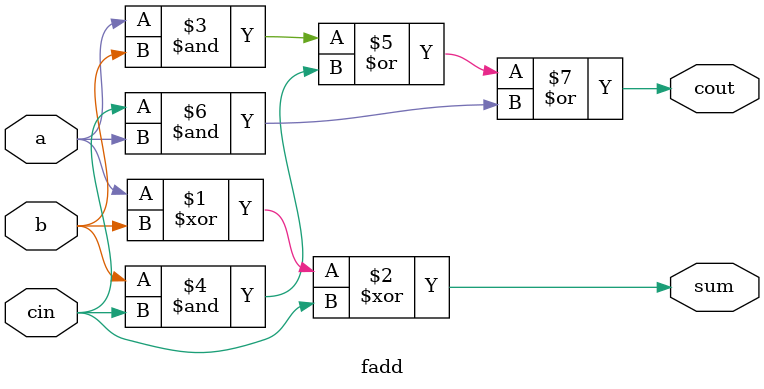
<source format=v>
module top_module (
    input [3:0] x,
    input [3:0] y, 
    output [4:0] sum);
    
    wire [2:0]cout;
    
    //The below code can be done in one line too.
    // assign sum = x+y;
    fadd f0(.a(x[0]),
            .b(y[0]),
            .cin(1'b0),
            .cout(cout[0]),
            .sum(sum[0])
           ); 
    
    fadd f1(.a(x[1]),
            .b(y[1]),
            .cin(cout[0]),
            .cout(cout[1]),
            .sum(sum[1])
           );     
    
    fadd f2(.a(x[2]),
            .b(y[2]),
            .cin(cout[1]),
            .cout(cout[2]),
            .sum(sum[2])
           );  
    
    fadd f3(.a(x[3]),
            .b(y[3]),
            .cin(cout[2]),
            .cout(sum[4]),
            .sum(sum[3])
           );    
    
endmodule

//full adder module
module fadd( 
    input a, b, cin,
    output cout, sum );

    assign sum  = a^b^cin;
    assign cout = a&b | b&cin | cin&a;
    
endmodule

</source>
